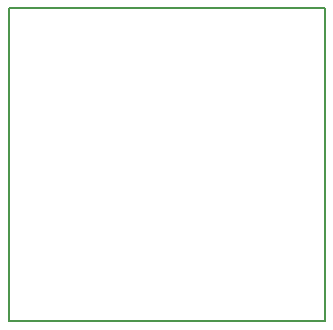
<source format=gbr>
G04 DipTrace 3.3.1.3*
G04 BoardOutline.gbr*
%MOMM*%
G04 #@! TF.FileFunction,Profile*
G04 #@! TF.Part,Single*
%ADD11C,0.14*%
%FSLAX35Y35*%
G04*
G71*
G90*
G75*
G01*
G04 BoardOutline*
%LPD*%
X999998Y3649998D2*
D11*
X3674998D1*
Y999998D1*
X999998D1*
Y3649998D1*
M02*

</source>
